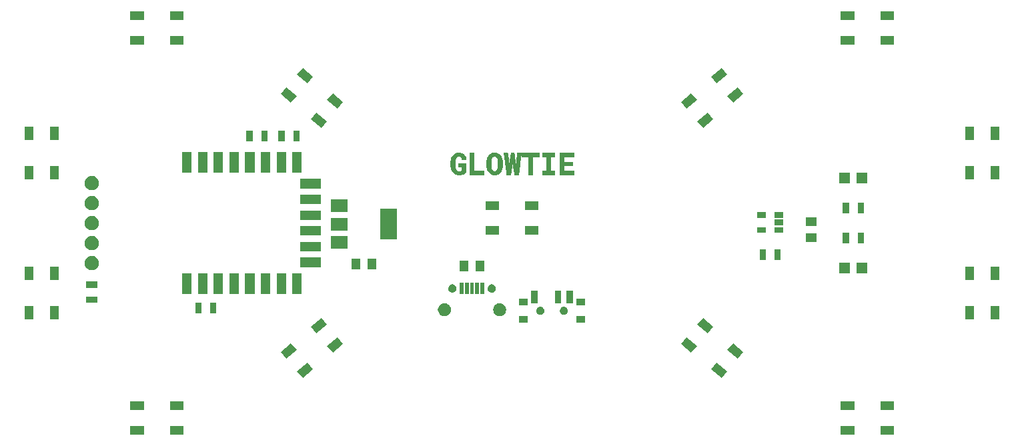
<source format=gts>
G04 #@! TF.GenerationSoftware,KiCad,Pcbnew,(5.0.1-3-g963ef8bb5)*
G04 #@! TF.CreationDate,2019-02-08T19:31:27-05:00*
G04 #@! TF.ProjectId,glowtie,676C6F777469652E6B696361645F7063,rev?*
G04 #@! TF.SameCoordinates,Original*
G04 #@! TF.FileFunction,Soldermask,Top*
G04 #@! TF.FilePolarity,Negative*
%FSLAX46Y46*%
G04 Gerber Fmt 4.6, Leading zero omitted, Abs format (unit mm)*
G04 Created by KiCad (PCBNEW (5.0.1-3-g963ef8bb5)) date Friday, February 08, 2019 at 07:31:27 PM*
%MOMM*%
%LPD*%
G01*
G04 APERTURE LIST*
%ADD10C,0.010000*%
%ADD11C,0.100000*%
G04 APERTURE END LIST*
D10*
G04 #@! TO.C,G\002A\002A\002A*
G36*
X69525034Y-32346733D02*
X69634340Y-32359373D01*
X69734903Y-32381247D01*
X69829837Y-32413016D01*
X69913500Y-32450849D01*
X69959085Y-32475016D01*
X69995861Y-32497560D01*
X70029153Y-32522344D01*
X70064288Y-32553233D01*
X70094357Y-32582048D01*
X70163905Y-32661069D01*
X70222726Y-32751674D01*
X70271050Y-32854385D01*
X70309109Y-32969724D01*
X70337133Y-33098214D01*
X70345011Y-33149240D01*
X70350607Y-33189580D01*
X69830629Y-33185100D01*
X69816014Y-33113133D01*
X69791790Y-33024462D01*
X69757779Y-32949569D01*
X69713702Y-32888224D01*
X69659281Y-32840195D01*
X69594237Y-32805249D01*
X69518291Y-32783155D01*
X69431166Y-32773680D01*
X69407939Y-32773257D01*
X69336408Y-32778365D01*
X69273454Y-32794991D01*
X69215740Y-32824614D01*
X69159928Y-32868715D01*
X69133124Y-32895158D01*
X69088419Y-32948026D01*
X69050748Y-33006916D01*
X69017985Y-33075611D01*
X68991584Y-33147000D01*
X68978431Y-33188152D01*
X68967427Y-33227145D01*
X68958411Y-33265915D01*
X68951219Y-33306397D01*
X68945691Y-33350527D01*
X68941664Y-33400240D01*
X68938975Y-33457471D01*
X68937463Y-33524155D01*
X68936965Y-33602227D01*
X68937319Y-33693623D01*
X68938183Y-33784417D01*
X68939332Y-33878525D01*
X68940598Y-33957694D01*
X68942147Y-34023918D01*
X68944144Y-34079191D01*
X68946752Y-34125509D01*
X68950138Y-34164865D01*
X68954467Y-34199254D01*
X68959902Y-34230670D01*
X68966610Y-34261107D01*
X68974755Y-34292560D01*
X68982487Y-34320038D01*
X69017091Y-34416706D01*
X69061216Y-34499556D01*
X69114614Y-34568414D01*
X69177040Y-34623109D01*
X69248249Y-34663467D01*
X69327995Y-34689315D01*
X69416031Y-34700481D01*
X69512111Y-34696792D01*
X69517569Y-34696161D01*
X69592144Y-34684127D01*
X69660955Y-34666955D01*
X69721056Y-34645651D01*
X69769500Y-34621219D01*
X69797083Y-34600836D01*
X69802636Y-34595372D01*
X69806989Y-34589030D01*
X69810289Y-34579839D01*
X69812680Y-34565825D01*
X69814310Y-34545017D01*
X69815324Y-34515442D01*
X69815869Y-34475128D01*
X69816090Y-34422103D01*
X69816133Y-34354395D01*
X69816133Y-34103734D01*
X69367400Y-34103734D01*
X69367400Y-33697333D01*
X70349533Y-33697333D01*
X70349533Y-34781067D01*
X70316606Y-34813994D01*
X70232136Y-34887165D01*
X70133743Y-34952032D01*
X70022586Y-35007987D01*
X69899822Y-35054427D01*
X69804501Y-35081729D01*
X69754640Y-35093449D01*
X69702251Y-35104429D01*
X69653733Y-35113400D01*
X69617166Y-35118893D01*
X69566123Y-35123423D01*
X69505464Y-35126165D01*
X69439591Y-35127165D01*
X69372910Y-35126470D01*
X69309823Y-35124127D01*
X69254736Y-35120181D01*
X69212053Y-35114681D01*
X69211588Y-35114597D01*
X69087198Y-35084215D01*
X68972163Y-35039849D01*
X68866737Y-34981794D01*
X68771172Y-34910346D01*
X68685719Y-34825798D01*
X68610631Y-34728446D01*
X68546161Y-34618583D01*
X68492560Y-34496506D01*
X68450082Y-34362508D01*
X68418978Y-34216884D01*
X68413563Y-34182481D01*
X68408806Y-34139605D01*
X68404862Y-34082725D01*
X68401731Y-34014488D01*
X68399413Y-33937540D01*
X68397908Y-33854529D01*
X68397216Y-33768099D01*
X68397339Y-33680898D01*
X68398275Y-33595572D01*
X68400026Y-33514768D01*
X68402590Y-33441131D01*
X68405970Y-33377309D01*
X68410164Y-33325947D01*
X68413495Y-33299400D01*
X68443429Y-33149210D01*
X68484874Y-33010501D01*
X68537662Y-32883568D01*
X68601622Y-32768711D01*
X68676588Y-32666226D01*
X68762390Y-32576411D01*
X68858859Y-32499563D01*
X68871823Y-32490775D01*
X68963606Y-32436747D01*
X69058122Y-32395673D01*
X69158023Y-32366813D01*
X69265960Y-32349429D01*
X69384587Y-32342783D01*
X69403871Y-32342667D01*
X69525034Y-32346733D01*
X69525034Y-32346733D01*
G37*
X69525034Y-32346733D02*
X69634340Y-32359373D01*
X69734903Y-32381247D01*
X69829837Y-32413016D01*
X69913500Y-32450849D01*
X69959085Y-32475016D01*
X69995861Y-32497560D01*
X70029153Y-32522344D01*
X70064288Y-32553233D01*
X70094357Y-32582048D01*
X70163905Y-32661069D01*
X70222726Y-32751674D01*
X70271050Y-32854385D01*
X70309109Y-32969724D01*
X70337133Y-33098214D01*
X70345011Y-33149240D01*
X70350607Y-33189580D01*
X69830629Y-33185100D01*
X69816014Y-33113133D01*
X69791790Y-33024462D01*
X69757779Y-32949569D01*
X69713702Y-32888224D01*
X69659281Y-32840195D01*
X69594237Y-32805249D01*
X69518291Y-32783155D01*
X69431166Y-32773680D01*
X69407939Y-32773257D01*
X69336408Y-32778365D01*
X69273454Y-32794991D01*
X69215740Y-32824614D01*
X69159928Y-32868715D01*
X69133124Y-32895158D01*
X69088419Y-32948026D01*
X69050748Y-33006916D01*
X69017985Y-33075611D01*
X68991584Y-33147000D01*
X68978431Y-33188152D01*
X68967427Y-33227145D01*
X68958411Y-33265915D01*
X68951219Y-33306397D01*
X68945691Y-33350527D01*
X68941664Y-33400240D01*
X68938975Y-33457471D01*
X68937463Y-33524155D01*
X68936965Y-33602227D01*
X68937319Y-33693623D01*
X68938183Y-33784417D01*
X68939332Y-33878525D01*
X68940598Y-33957694D01*
X68942147Y-34023918D01*
X68944144Y-34079191D01*
X68946752Y-34125509D01*
X68950138Y-34164865D01*
X68954467Y-34199254D01*
X68959902Y-34230670D01*
X68966610Y-34261107D01*
X68974755Y-34292560D01*
X68982487Y-34320038D01*
X69017091Y-34416706D01*
X69061216Y-34499556D01*
X69114614Y-34568414D01*
X69177040Y-34623109D01*
X69248249Y-34663467D01*
X69327995Y-34689315D01*
X69416031Y-34700481D01*
X69512111Y-34696792D01*
X69517569Y-34696161D01*
X69592144Y-34684127D01*
X69660955Y-34666955D01*
X69721056Y-34645651D01*
X69769500Y-34621219D01*
X69797083Y-34600836D01*
X69802636Y-34595372D01*
X69806989Y-34589030D01*
X69810289Y-34579839D01*
X69812680Y-34565825D01*
X69814310Y-34545017D01*
X69815324Y-34515442D01*
X69815869Y-34475128D01*
X69816090Y-34422103D01*
X69816133Y-34354395D01*
X69816133Y-34103734D01*
X69367400Y-34103734D01*
X69367400Y-33697333D01*
X70349533Y-33697333D01*
X70349533Y-34781067D01*
X70316606Y-34813994D01*
X70232136Y-34887165D01*
X70133743Y-34952032D01*
X70022586Y-35007987D01*
X69899822Y-35054427D01*
X69804501Y-35081729D01*
X69754640Y-35093449D01*
X69702251Y-35104429D01*
X69653733Y-35113400D01*
X69617166Y-35118893D01*
X69566123Y-35123423D01*
X69505464Y-35126165D01*
X69439591Y-35127165D01*
X69372910Y-35126470D01*
X69309823Y-35124127D01*
X69254736Y-35120181D01*
X69212053Y-35114681D01*
X69211588Y-35114597D01*
X69087198Y-35084215D01*
X68972163Y-35039849D01*
X68866737Y-34981794D01*
X68771172Y-34910346D01*
X68685719Y-34825798D01*
X68610631Y-34728446D01*
X68546161Y-34618583D01*
X68492560Y-34496506D01*
X68450082Y-34362508D01*
X68418978Y-34216884D01*
X68413563Y-34182481D01*
X68408806Y-34139605D01*
X68404862Y-34082725D01*
X68401731Y-34014488D01*
X68399413Y-33937540D01*
X68397908Y-33854529D01*
X68397216Y-33768099D01*
X68397339Y-33680898D01*
X68398275Y-33595572D01*
X68400026Y-33514768D01*
X68402590Y-33441131D01*
X68405970Y-33377309D01*
X68410164Y-33325947D01*
X68413495Y-33299400D01*
X68443429Y-33149210D01*
X68484874Y-33010501D01*
X68537662Y-32883568D01*
X68601622Y-32768711D01*
X68676588Y-32666226D01*
X68762390Y-32576411D01*
X68858859Y-32499563D01*
X68871823Y-32490775D01*
X68963606Y-32436747D01*
X69058122Y-32395673D01*
X69158023Y-32366813D01*
X69265960Y-32349429D01*
X69384587Y-32342783D01*
X69403871Y-32342667D01*
X69525034Y-32346733D01*
G36*
X73943633Y-32347420D02*
X74004575Y-32347741D01*
X74051869Y-32348494D01*
X74088800Y-32349966D01*
X74118654Y-32352443D01*
X74144715Y-32356212D01*
X74170269Y-32361560D01*
X74198599Y-32368774D01*
X74203609Y-32370120D01*
X74323739Y-32410881D01*
X74434497Y-32465622D01*
X74535575Y-32534021D01*
X74626666Y-32615753D01*
X74707461Y-32710496D01*
X74777652Y-32817928D01*
X74836931Y-32937724D01*
X74884991Y-33069561D01*
X74891682Y-33091967D01*
X74902709Y-33130556D01*
X74912022Y-33165228D01*
X74919767Y-33197815D01*
X74926087Y-33230151D01*
X74931127Y-33264070D01*
X74935031Y-33301407D01*
X74937944Y-33343993D01*
X74940010Y-33393663D01*
X74941373Y-33452252D01*
X74942179Y-33521591D01*
X74942571Y-33603516D01*
X74942693Y-33699859D01*
X74942699Y-33739667D01*
X74942672Y-33835245D01*
X74942547Y-33915616D01*
X74942259Y-33982505D01*
X74941743Y-34037638D01*
X74940935Y-34082741D01*
X74939770Y-34119540D01*
X74938182Y-34149761D01*
X74936108Y-34175130D01*
X74933483Y-34197371D01*
X74930241Y-34218212D01*
X74926318Y-34239378D01*
X74923385Y-34254063D01*
X74887145Y-34398854D01*
X74839666Y-34531211D01*
X74781009Y-34651045D01*
X74711238Y-34758268D01*
X74630412Y-34852789D01*
X74538595Y-34934521D01*
X74435847Y-35003374D01*
X74383899Y-35031210D01*
X74317219Y-35062252D01*
X74255615Y-35085802D01*
X74194769Y-35102835D01*
X74130359Y-35114324D01*
X74058065Y-35121241D01*
X73973568Y-35124559D01*
X73969033Y-35124646D01*
X73884921Y-35125064D01*
X73817077Y-35122891D01*
X73765029Y-35118109D01*
X73751620Y-35116022D01*
X73633673Y-35086994D01*
X73523124Y-35043050D01*
X73420600Y-34984795D01*
X73326728Y-34912834D01*
X73242136Y-34827772D01*
X73167452Y-34730215D01*
X73103304Y-34620767D01*
X73050320Y-34500033D01*
X73020954Y-34411684D01*
X73007603Y-34364728D01*
X72996475Y-34321714D01*
X72987342Y-34280422D01*
X72979979Y-34238632D01*
X72974158Y-34194124D01*
X72969653Y-34144678D01*
X72966238Y-34088075D01*
X72963686Y-34022095D01*
X72961769Y-33944517D01*
X72960263Y-33853122D01*
X72959719Y-33811807D01*
X72959021Y-33735433D01*
X73499133Y-33735433D01*
X73499389Y-33842029D01*
X73500246Y-33933584D01*
X73501837Y-34011984D01*
X73504295Y-34079115D01*
X73507754Y-34136863D01*
X73512347Y-34187115D01*
X73518207Y-34231756D01*
X73525467Y-34272672D01*
X73534260Y-34311749D01*
X73541891Y-34340800D01*
X73573386Y-34431357D01*
X73614030Y-34509463D01*
X73663193Y-34574462D01*
X73720245Y-34625701D01*
X73784557Y-34662526D01*
X73855499Y-34684284D01*
X73875646Y-34687482D01*
X73943445Y-34691038D01*
X74012848Y-34685661D01*
X74053558Y-34677763D01*
X74123796Y-34651530D01*
X74187181Y-34610084D01*
X74243465Y-34553805D01*
X74292395Y-34483073D01*
X74333721Y-34398270D01*
X74367193Y-34299776D01*
X74392560Y-34187970D01*
X74398145Y-34154534D01*
X74401325Y-34127226D01*
X74403920Y-34089492D01*
X74405959Y-34040219D01*
X74407468Y-33978298D01*
X74408478Y-33902614D01*
X74409016Y-33812058D01*
X74409123Y-33722733D01*
X74408917Y-33623309D01*
X74408296Y-33538845D01*
X74407097Y-33467371D01*
X74405157Y-33406915D01*
X74402313Y-33355508D01*
X74398402Y-33311177D01*
X74393261Y-33271953D01*
X74386727Y-33235864D01*
X74378637Y-33200940D01*
X74368828Y-33165209D01*
X74360812Y-33138533D01*
X74326674Y-33048914D01*
X74283361Y-32970664D01*
X74231780Y-32904883D01*
X74172840Y-32852670D01*
X74107448Y-32815124D01*
X74087136Y-32807039D01*
X74036401Y-32793762D01*
X73977075Y-32785942D01*
X73916421Y-32784056D01*
X73861701Y-32788579D01*
X73847349Y-32791296D01*
X73774568Y-32815848D01*
X73709666Y-32855171D01*
X73653006Y-32908861D01*
X73604953Y-32976515D01*
X73565869Y-33057730D01*
X73541891Y-33130067D01*
X73531868Y-33169000D01*
X73523478Y-33208367D01*
X73516587Y-33250053D01*
X73511063Y-33295943D01*
X73506771Y-33347925D01*
X73503580Y-33407884D01*
X73501355Y-33477706D01*
X73499963Y-33559278D01*
X73499272Y-33654484D01*
X73499133Y-33735433D01*
X72959021Y-33735433D01*
X72958621Y-33691718D01*
X72958543Y-33588471D01*
X72959486Y-33502007D01*
X72961449Y-33432263D01*
X72964435Y-33379181D01*
X72965439Y-33367460D01*
X72986129Y-33216054D01*
X73018565Y-33075045D01*
X73062429Y-32944874D01*
X73117402Y-32825982D01*
X73183163Y-32718810D01*
X73259394Y-32623800D01*
X73345775Y-32541392D01*
X73441988Y-32472028D01*
X73547713Y-32416149D01*
X73662631Y-32374195D01*
X73689633Y-32366743D01*
X73717220Y-32359950D01*
X73742590Y-32354912D01*
X73768980Y-32351383D01*
X73799626Y-32349117D01*
X73837763Y-32347869D01*
X73886627Y-32347391D01*
X73943633Y-32347420D01*
X73943633Y-32347420D01*
G37*
X73943633Y-32347420D02*
X74004575Y-32347741D01*
X74051869Y-32348494D01*
X74088800Y-32349966D01*
X74118654Y-32352443D01*
X74144715Y-32356212D01*
X74170269Y-32361560D01*
X74198599Y-32368774D01*
X74203609Y-32370120D01*
X74323739Y-32410881D01*
X74434497Y-32465622D01*
X74535575Y-32534021D01*
X74626666Y-32615753D01*
X74707461Y-32710496D01*
X74777652Y-32817928D01*
X74836931Y-32937724D01*
X74884991Y-33069561D01*
X74891682Y-33091967D01*
X74902709Y-33130556D01*
X74912022Y-33165228D01*
X74919767Y-33197815D01*
X74926087Y-33230151D01*
X74931127Y-33264070D01*
X74935031Y-33301407D01*
X74937944Y-33343993D01*
X74940010Y-33393663D01*
X74941373Y-33452252D01*
X74942179Y-33521591D01*
X74942571Y-33603516D01*
X74942693Y-33699859D01*
X74942699Y-33739667D01*
X74942672Y-33835245D01*
X74942547Y-33915616D01*
X74942259Y-33982505D01*
X74941743Y-34037638D01*
X74940935Y-34082741D01*
X74939770Y-34119540D01*
X74938182Y-34149761D01*
X74936108Y-34175130D01*
X74933483Y-34197371D01*
X74930241Y-34218212D01*
X74926318Y-34239378D01*
X74923385Y-34254063D01*
X74887145Y-34398854D01*
X74839666Y-34531211D01*
X74781009Y-34651045D01*
X74711238Y-34758268D01*
X74630412Y-34852789D01*
X74538595Y-34934521D01*
X74435847Y-35003374D01*
X74383899Y-35031210D01*
X74317219Y-35062252D01*
X74255615Y-35085802D01*
X74194769Y-35102835D01*
X74130359Y-35114324D01*
X74058065Y-35121241D01*
X73973568Y-35124559D01*
X73969033Y-35124646D01*
X73884921Y-35125064D01*
X73817077Y-35122891D01*
X73765029Y-35118109D01*
X73751620Y-35116022D01*
X73633673Y-35086994D01*
X73523124Y-35043050D01*
X73420600Y-34984795D01*
X73326728Y-34912834D01*
X73242136Y-34827772D01*
X73167452Y-34730215D01*
X73103304Y-34620767D01*
X73050320Y-34500033D01*
X73020954Y-34411684D01*
X73007603Y-34364728D01*
X72996475Y-34321714D01*
X72987342Y-34280422D01*
X72979979Y-34238632D01*
X72974158Y-34194124D01*
X72969653Y-34144678D01*
X72966238Y-34088075D01*
X72963686Y-34022095D01*
X72961769Y-33944517D01*
X72960263Y-33853122D01*
X72959719Y-33811807D01*
X72959021Y-33735433D01*
X73499133Y-33735433D01*
X73499389Y-33842029D01*
X73500246Y-33933584D01*
X73501837Y-34011984D01*
X73504295Y-34079115D01*
X73507754Y-34136863D01*
X73512347Y-34187115D01*
X73518207Y-34231756D01*
X73525467Y-34272672D01*
X73534260Y-34311749D01*
X73541891Y-34340800D01*
X73573386Y-34431357D01*
X73614030Y-34509463D01*
X73663193Y-34574462D01*
X73720245Y-34625701D01*
X73784557Y-34662526D01*
X73855499Y-34684284D01*
X73875646Y-34687482D01*
X73943445Y-34691038D01*
X74012848Y-34685661D01*
X74053558Y-34677763D01*
X74123796Y-34651530D01*
X74187181Y-34610084D01*
X74243465Y-34553805D01*
X74292395Y-34483073D01*
X74333721Y-34398270D01*
X74367193Y-34299776D01*
X74392560Y-34187970D01*
X74398145Y-34154534D01*
X74401325Y-34127226D01*
X74403920Y-34089492D01*
X74405959Y-34040219D01*
X74407468Y-33978298D01*
X74408478Y-33902614D01*
X74409016Y-33812058D01*
X74409123Y-33722733D01*
X74408917Y-33623309D01*
X74408296Y-33538845D01*
X74407097Y-33467371D01*
X74405157Y-33406915D01*
X74402313Y-33355508D01*
X74398402Y-33311177D01*
X74393261Y-33271953D01*
X74386727Y-33235864D01*
X74378637Y-33200940D01*
X74368828Y-33165209D01*
X74360812Y-33138533D01*
X74326674Y-33048914D01*
X74283361Y-32970664D01*
X74231780Y-32904883D01*
X74172840Y-32852670D01*
X74107448Y-32815124D01*
X74087136Y-32807039D01*
X74036401Y-32793762D01*
X73977075Y-32785942D01*
X73916421Y-32784056D01*
X73861701Y-32788579D01*
X73847349Y-32791296D01*
X73774568Y-32815848D01*
X73709666Y-32855171D01*
X73653006Y-32908861D01*
X73604953Y-32976515D01*
X73565869Y-33057730D01*
X73541891Y-33130067D01*
X73531868Y-33169000D01*
X73523478Y-33208367D01*
X73516587Y-33250053D01*
X73511063Y-33295943D01*
X73506771Y-33347925D01*
X73503580Y-33407884D01*
X73501355Y-33477706D01*
X73499963Y-33559278D01*
X73499272Y-33654484D01*
X73499133Y-33735433D01*
X72959021Y-33735433D01*
X72958621Y-33691718D01*
X72958543Y-33588471D01*
X72959486Y-33502007D01*
X72961449Y-33432263D01*
X72964435Y-33379181D01*
X72965439Y-33367460D01*
X72986129Y-33216054D01*
X73018565Y-33075045D01*
X73062429Y-32944874D01*
X73117402Y-32825982D01*
X73183163Y-32718810D01*
X73259394Y-32623800D01*
X73345775Y-32541392D01*
X73441988Y-32472028D01*
X73547713Y-32416149D01*
X73662631Y-32374195D01*
X73689633Y-32366743D01*
X73717220Y-32359950D01*
X73742590Y-32354912D01*
X73768980Y-32351383D01*
X73799626Y-32349117D01*
X73837763Y-32347869D01*
X73886627Y-32347391D01*
X73943633Y-32347420D01*
G36*
X71331666Y-34662534D02*
X72601666Y-34662534D01*
X72601666Y-35094334D01*
X70798266Y-35094334D01*
X70798266Y-32376533D01*
X71331666Y-32376533D01*
X71331666Y-34662534D01*
X71331666Y-34662534D01*
G37*
X71331666Y-34662534D02*
X72601666Y-34662534D01*
X72601666Y-35094334D01*
X70798266Y-35094334D01*
X70798266Y-32376533D01*
X71331666Y-32376533D01*
X71331666Y-34662534D01*
G36*
X75461078Y-32376690D02*
X75519866Y-32377203D01*
X75564635Y-32378133D01*
X75596842Y-32379544D01*
X75617943Y-32381499D01*
X75629395Y-32384060D01*
X75632662Y-32387117D01*
X75633627Y-32398278D01*
X75636448Y-32424671D01*
X75640951Y-32464845D01*
X75646962Y-32517347D01*
X75654308Y-32580725D01*
X75662814Y-32653526D01*
X75672307Y-32734299D01*
X75682614Y-32821592D01*
X75693560Y-32913951D01*
X75704973Y-33009925D01*
X75716677Y-33108062D01*
X75728500Y-33206909D01*
X75740268Y-33305015D01*
X75751807Y-33400926D01*
X75762943Y-33493192D01*
X75773502Y-33580358D01*
X75783312Y-33660975D01*
X75792198Y-33733588D01*
X75799986Y-33796747D01*
X75806504Y-33848998D01*
X75811576Y-33888890D01*
X75815030Y-33914970D01*
X75816691Y-33925786D01*
X75816735Y-33925933D01*
X75818596Y-33919609D01*
X75822672Y-33897659D01*
X75828788Y-33861223D01*
X75836771Y-33811440D01*
X75846446Y-33749449D01*
X75857640Y-33676389D01*
X75870177Y-33593398D01*
X75883884Y-33501615D01*
X75898587Y-33402180D01*
X75914112Y-33296231D01*
X75930283Y-33184907D01*
X75933926Y-33159700D01*
X75950206Y-33046968D01*
X75965791Y-32939085D01*
X75980514Y-32837219D01*
X75994204Y-32742538D01*
X76006693Y-32656209D01*
X76017811Y-32579401D01*
X76027390Y-32513281D01*
X76035260Y-32459017D01*
X76041253Y-32417777D01*
X76045199Y-32390729D01*
X76046930Y-32379041D01*
X76046995Y-32378650D01*
X76055242Y-32378040D01*
X76078016Y-32377499D01*
X76112910Y-32377053D01*
X76157518Y-32376730D01*
X76209432Y-32376556D01*
X76237041Y-32376533D01*
X76426483Y-32376533D01*
X76430907Y-32399817D01*
X76432779Y-32411476D01*
X76436950Y-32438657D01*
X76443234Y-32480134D01*
X76451448Y-32534679D01*
X76461408Y-32601064D01*
X76472931Y-32678062D01*
X76485834Y-32764444D01*
X76499931Y-32858984D01*
X76515040Y-32960454D01*
X76530976Y-33067625D01*
X76547557Y-33179272D01*
X76547794Y-33180867D01*
X76564349Y-33292113D01*
X76580279Y-33398574D01*
X76595400Y-33499058D01*
X76609530Y-33592373D01*
X76622485Y-33677327D01*
X76634081Y-33752729D01*
X76644136Y-33817386D01*
X76652465Y-33870107D01*
X76658886Y-33909699D01*
X76663215Y-33934972D01*
X76665269Y-33944733D01*
X76665303Y-33944785D01*
X76667025Y-33937487D01*
X76670591Y-33914542D01*
X76675850Y-33877118D01*
X76682654Y-33826383D01*
X76690854Y-33763506D01*
X76700299Y-33689654D01*
X76710841Y-33605996D01*
X76722330Y-33513700D01*
X76734617Y-33413935D01*
X76747553Y-33307869D01*
X76760989Y-33196670D01*
X76762149Y-33187018D01*
X76775668Y-33074656D01*
X76788679Y-32966769D01*
X76801034Y-32864586D01*
X76812581Y-32769336D01*
X76823171Y-32682249D01*
X76832654Y-32604553D01*
X76840879Y-32537477D01*
X76847697Y-32482251D01*
X76852958Y-32440104D01*
X76856511Y-32412265D01*
X76858207Y-32399963D01*
X76858233Y-32399817D01*
X76862516Y-32376533D01*
X77349855Y-32376533D01*
X77345575Y-32408283D01*
X77343948Y-32420113D01*
X77340121Y-32447793D01*
X77334222Y-32490401D01*
X77326380Y-32547016D01*
X77316722Y-32616716D01*
X77305375Y-32698579D01*
X77292468Y-32791682D01*
X77278128Y-32895104D01*
X77262484Y-33007923D01*
X77245662Y-33129217D01*
X77227792Y-33258063D01*
X77209000Y-33393540D01*
X77189415Y-33534726D01*
X77169164Y-33680699D01*
X77157459Y-33765067D01*
X76973624Y-35090100D01*
X76492092Y-35094586D01*
X76370682Y-34334577D01*
X76352806Y-34222808D01*
X76335603Y-34115492D01*
X76319270Y-34013852D01*
X76304005Y-33919109D01*
X76290007Y-33832486D01*
X76277475Y-33755205D01*
X76266605Y-33688486D01*
X76257596Y-33633554D01*
X76250647Y-33591629D01*
X76245956Y-33563934D01*
X76243721Y-33551691D01*
X76243685Y-33551540D01*
X76241408Y-33555424D01*
X76236767Y-33575647D01*
X76229835Y-33611791D01*
X76220680Y-33663439D01*
X76209372Y-33730171D01*
X76195982Y-33811570D01*
X76180578Y-33907217D01*
X76163231Y-34016694D01*
X76144011Y-34139582D01*
X76124947Y-34262740D01*
X76107892Y-34373341D01*
X76091427Y-34479990D01*
X76075754Y-34581382D01*
X76061076Y-34676214D01*
X76047595Y-34763180D01*
X76035514Y-34840978D01*
X76025035Y-34908302D01*
X76016361Y-34963850D01*
X76009693Y-35006316D01*
X76005236Y-35034397D01*
X76003393Y-35045650D01*
X75994990Y-35094334D01*
X75754595Y-35094334D01*
X75692764Y-35094168D01*
X75636823Y-35093700D01*
X75588900Y-35092972D01*
X75551121Y-35092030D01*
X75525614Y-35090915D01*
X75514507Y-35089671D01*
X75514200Y-35089423D01*
X75513070Y-35080435D01*
X75509780Y-35055759D01*
X75504480Y-35016484D01*
X75497319Y-34963695D01*
X75488445Y-34898480D01*
X75478008Y-34821928D01*
X75466158Y-34735125D01*
X75453043Y-34639158D01*
X75438813Y-34535116D01*
X75423617Y-34424085D01*
X75407604Y-34307152D01*
X75390924Y-34185407D01*
X75373725Y-34059934D01*
X75356157Y-33931823D01*
X75338370Y-33802161D01*
X75320511Y-33672034D01*
X75302731Y-33542531D01*
X75285179Y-33414738D01*
X75268004Y-33289743D01*
X75251355Y-33168634D01*
X75235382Y-33052498D01*
X75220233Y-32942423D01*
X75206058Y-32839495D01*
X75193006Y-32744802D01*
X75181227Y-32659431D01*
X75170869Y-32584471D01*
X75162082Y-32521008D01*
X75155016Y-32470129D01*
X75149818Y-32432923D01*
X75146639Y-32410476D01*
X75145681Y-32404050D01*
X75140899Y-32376533D01*
X75386816Y-32376533D01*
X75461078Y-32376690D01*
X75461078Y-32376690D01*
G37*
X75461078Y-32376690D02*
X75519866Y-32377203D01*
X75564635Y-32378133D01*
X75596842Y-32379544D01*
X75617943Y-32381499D01*
X75629395Y-32384060D01*
X75632662Y-32387117D01*
X75633627Y-32398278D01*
X75636448Y-32424671D01*
X75640951Y-32464845D01*
X75646962Y-32517347D01*
X75654308Y-32580725D01*
X75662814Y-32653526D01*
X75672307Y-32734299D01*
X75682614Y-32821592D01*
X75693560Y-32913951D01*
X75704973Y-33009925D01*
X75716677Y-33108062D01*
X75728500Y-33206909D01*
X75740268Y-33305015D01*
X75751807Y-33400926D01*
X75762943Y-33493192D01*
X75773502Y-33580358D01*
X75783312Y-33660975D01*
X75792198Y-33733588D01*
X75799986Y-33796747D01*
X75806504Y-33848998D01*
X75811576Y-33888890D01*
X75815030Y-33914970D01*
X75816691Y-33925786D01*
X75816735Y-33925933D01*
X75818596Y-33919609D01*
X75822672Y-33897659D01*
X75828788Y-33861223D01*
X75836771Y-33811440D01*
X75846446Y-33749449D01*
X75857640Y-33676389D01*
X75870177Y-33593398D01*
X75883884Y-33501615D01*
X75898587Y-33402180D01*
X75914112Y-33296231D01*
X75930283Y-33184907D01*
X75933926Y-33159700D01*
X75950206Y-33046968D01*
X75965791Y-32939085D01*
X75980514Y-32837219D01*
X75994204Y-32742538D01*
X76006693Y-32656209D01*
X76017811Y-32579401D01*
X76027390Y-32513281D01*
X76035260Y-32459017D01*
X76041253Y-32417777D01*
X76045199Y-32390729D01*
X76046930Y-32379041D01*
X76046995Y-32378650D01*
X76055242Y-32378040D01*
X76078016Y-32377499D01*
X76112910Y-32377053D01*
X76157518Y-32376730D01*
X76209432Y-32376556D01*
X76237041Y-32376533D01*
X76426483Y-32376533D01*
X76430907Y-32399817D01*
X76432779Y-32411476D01*
X76436950Y-32438657D01*
X76443234Y-32480134D01*
X76451448Y-32534679D01*
X76461408Y-32601064D01*
X76472931Y-32678062D01*
X76485834Y-32764444D01*
X76499931Y-32858984D01*
X76515040Y-32960454D01*
X76530976Y-33067625D01*
X76547557Y-33179272D01*
X76547794Y-33180867D01*
X76564349Y-33292113D01*
X76580279Y-33398574D01*
X76595400Y-33499058D01*
X76609530Y-33592373D01*
X76622485Y-33677327D01*
X76634081Y-33752729D01*
X76644136Y-33817386D01*
X76652465Y-33870107D01*
X76658886Y-33909699D01*
X76663215Y-33934972D01*
X76665269Y-33944733D01*
X76665303Y-33944785D01*
X76667025Y-33937487D01*
X76670591Y-33914542D01*
X76675850Y-33877118D01*
X76682654Y-33826383D01*
X76690854Y-33763506D01*
X76700299Y-33689654D01*
X76710841Y-33605996D01*
X76722330Y-33513700D01*
X76734617Y-33413935D01*
X76747553Y-33307869D01*
X76760989Y-33196670D01*
X76762149Y-33187018D01*
X76775668Y-33074656D01*
X76788679Y-32966769D01*
X76801034Y-32864586D01*
X76812581Y-32769336D01*
X76823171Y-32682249D01*
X76832654Y-32604553D01*
X76840879Y-32537477D01*
X76847697Y-32482251D01*
X76852958Y-32440104D01*
X76856511Y-32412265D01*
X76858207Y-32399963D01*
X76858233Y-32399817D01*
X76862516Y-32376533D01*
X77349855Y-32376533D01*
X77345575Y-32408283D01*
X77343948Y-32420113D01*
X77340121Y-32447793D01*
X77334222Y-32490401D01*
X77326380Y-32547016D01*
X77316722Y-32616716D01*
X77305375Y-32698579D01*
X77292468Y-32791682D01*
X77278128Y-32895104D01*
X77262484Y-33007923D01*
X77245662Y-33129217D01*
X77227792Y-33258063D01*
X77209000Y-33393540D01*
X77189415Y-33534726D01*
X77169164Y-33680699D01*
X77157459Y-33765067D01*
X76973624Y-35090100D01*
X76492092Y-35094586D01*
X76370682Y-34334577D01*
X76352806Y-34222808D01*
X76335603Y-34115492D01*
X76319270Y-34013852D01*
X76304005Y-33919109D01*
X76290007Y-33832486D01*
X76277475Y-33755205D01*
X76266605Y-33688486D01*
X76257596Y-33633554D01*
X76250647Y-33591629D01*
X76245956Y-33563934D01*
X76243721Y-33551691D01*
X76243685Y-33551540D01*
X76241408Y-33555424D01*
X76236767Y-33575647D01*
X76229835Y-33611791D01*
X76220680Y-33663439D01*
X76209372Y-33730171D01*
X76195982Y-33811570D01*
X76180578Y-33907217D01*
X76163231Y-34016694D01*
X76144011Y-34139582D01*
X76124947Y-34262740D01*
X76107892Y-34373341D01*
X76091427Y-34479990D01*
X76075754Y-34581382D01*
X76061076Y-34676214D01*
X76047595Y-34763180D01*
X76035514Y-34840978D01*
X76025035Y-34908302D01*
X76016361Y-34963850D01*
X76009693Y-35006316D01*
X76005236Y-35034397D01*
X76003393Y-35045650D01*
X75994990Y-35094334D01*
X75754595Y-35094334D01*
X75692764Y-35094168D01*
X75636823Y-35093700D01*
X75588900Y-35092972D01*
X75551121Y-35092030D01*
X75525614Y-35090915D01*
X75514507Y-35089671D01*
X75514200Y-35089423D01*
X75513070Y-35080435D01*
X75509780Y-35055759D01*
X75504480Y-35016484D01*
X75497319Y-34963695D01*
X75488445Y-34898480D01*
X75478008Y-34821928D01*
X75466158Y-34735125D01*
X75453043Y-34639158D01*
X75438813Y-34535116D01*
X75423617Y-34424085D01*
X75407604Y-34307152D01*
X75390924Y-34185407D01*
X75373725Y-34059934D01*
X75356157Y-33931823D01*
X75338370Y-33802161D01*
X75320511Y-33672034D01*
X75302731Y-33542531D01*
X75285179Y-33414738D01*
X75268004Y-33289743D01*
X75251355Y-33168634D01*
X75235382Y-33052498D01*
X75220233Y-32942423D01*
X75206058Y-32839495D01*
X75193006Y-32744802D01*
X75181227Y-32659431D01*
X75170869Y-32584471D01*
X75162082Y-32521008D01*
X75155016Y-32470129D01*
X75149818Y-32432923D01*
X75146639Y-32410476D01*
X75145681Y-32404050D01*
X75140899Y-32376533D01*
X75386816Y-32376533D01*
X75461078Y-32376690D01*
G36*
X79620533Y-32808333D02*
X78790800Y-32808333D01*
X78790800Y-35094334D01*
X78257400Y-35094334D01*
X78257400Y-32808333D01*
X77427666Y-32808333D01*
X77427666Y-32376533D01*
X79620533Y-32376533D01*
X79620533Y-32808333D01*
X79620533Y-32808333D01*
G37*
X79620533Y-32808333D02*
X78790800Y-32808333D01*
X78790800Y-35094334D01*
X78257400Y-35094334D01*
X78257400Y-32808333D01*
X77427666Y-32808333D01*
X77427666Y-32376533D01*
X79620533Y-32376533D01*
X79620533Y-32808333D01*
G36*
X81601733Y-32808333D02*
X81076800Y-32808333D01*
X81076800Y-34662534D01*
X81601733Y-34662534D01*
X81601733Y-35094334D01*
X80026933Y-35094334D01*
X80026933Y-34662534D01*
X80543400Y-34662534D01*
X80543400Y-32808333D01*
X80026933Y-32808333D01*
X80026933Y-32376533D01*
X81601733Y-32376533D01*
X81601733Y-32808333D01*
X81601733Y-32808333D01*
G37*
X81601733Y-32808333D02*
X81076800Y-32808333D01*
X81076800Y-34662534D01*
X81601733Y-34662534D01*
X81601733Y-35094334D01*
X80026933Y-35094334D01*
X80026933Y-34662534D01*
X80543400Y-34662534D01*
X80543400Y-32808333D01*
X80026933Y-32808333D01*
X80026933Y-32376533D01*
X81601733Y-32376533D01*
X81601733Y-32808333D01*
G36*
X84057066Y-32808333D02*
X82761666Y-32808333D01*
X82761666Y-33485667D01*
X83870800Y-33485667D01*
X83870800Y-33909000D01*
X82761666Y-33909000D01*
X82761666Y-34662534D01*
X84057066Y-34662534D01*
X84057066Y-35094334D01*
X82228266Y-35094334D01*
X82228266Y-32376533D01*
X84057066Y-32376533D01*
X84057066Y-32808333D01*
X84057066Y-32808333D01*
G37*
X84057066Y-32808333D02*
X82761666Y-32808333D01*
X82761666Y-33485667D01*
X83870800Y-33485667D01*
X83870800Y-33909000D01*
X82761666Y-33909000D01*
X82761666Y-34662534D01*
X84057066Y-34662534D01*
X84057066Y-35094334D01*
X82228266Y-35094334D01*
X82228266Y-32376533D01*
X84057066Y-32376533D01*
X84057066Y-32808333D01*
D11*
G36*
X124635000Y-68190000D02*
X122935000Y-68190000D01*
X122935000Y-67090000D01*
X124635000Y-67090000D01*
X124635000Y-68190000D01*
X124635000Y-68190000D01*
G37*
G36*
X119635000Y-68190000D02*
X117935000Y-68190000D01*
X117935000Y-67090000D01*
X119635000Y-67090000D01*
X119635000Y-68190000D01*
X119635000Y-68190000D01*
G37*
G36*
X34465000Y-68190000D02*
X32765000Y-68190000D01*
X32765000Y-67090000D01*
X34465000Y-67090000D01*
X34465000Y-68190000D01*
X34465000Y-68190000D01*
G37*
G36*
X29465000Y-68190000D02*
X27765000Y-68190000D01*
X27765000Y-67090000D01*
X29465000Y-67090000D01*
X29465000Y-68190000D01*
X29465000Y-68190000D01*
G37*
G36*
X124635000Y-64990000D02*
X122935000Y-64990000D01*
X122935000Y-63890000D01*
X124635000Y-63890000D01*
X124635000Y-64990000D01*
X124635000Y-64990000D01*
G37*
G36*
X119635000Y-64990000D02*
X117935000Y-64990000D01*
X117935000Y-63890000D01*
X119635000Y-63890000D01*
X119635000Y-64990000D01*
X119635000Y-64990000D01*
G37*
G36*
X34465000Y-64990000D02*
X32765000Y-64990000D01*
X32765000Y-63890000D01*
X34465000Y-63890000D01*
X34465000Y-64990000D01*
X34465000Y-64990000D01*
G37*
G36*
X29465000Y-64990000D02*
X27765000Y-64990000D01*
X27765000Y-63890000D01*
X29465000Y-63890000D01*
X29465000Y-64990000D01*
X29465000Y-64990000D01*
G37*
G36*
X50918021Y-59857595D02*
X49615745Y-60950335D01*
X48908677Y-60107685D01*
X50210953Y-59014945D01*
X50918021Y-59857595D01*
X50918021Y-59857595D01*
G37*
G36*
X103491323Y-60107685D02*
X102784255Y-60950335D01*
X101481979Y-59857595D01*
X102189047Y-59014945D01*
X103491323Y-60107685D01*
X103491323Y-60107685D01*
G37*
G36*
X48861101Y-57406253D02*
X47558825Y-58498993D01*
X46851757Y-57656343D01*
X48154033Y-56563603D01*
X48861101Y-57406253D01*
X48861101Y-57406253D01*
G37*
G36*
X105548243Y-57656343D02*
X104841175Y-58498993D01*
X103538899Y-57406253D01*
X104245967Y-56563603D01*
X105548243Y-57656343D01*
X105548243Y-57656343D01*
G37*
G36*
X54748243Y-56643657D02*
X53445967Y-57736397D01*
X52738899Y-56893747D01*
X54041175Y-55801007D01*
X54748243Y-56643657D01*
X54748243Y-56643657D01*
G37*
G36*
X99661101Y-56893747D02*
X98954033Y-57736397D01*
X97651757Y-56643657D01*
X98358825Y-55801007D01*
X99661101Y-56893747D01*
X99661101Y-56893747D01*
G37*
G36*
X101718021Y-54442405D02*
X101010953Y-55285055D01*
X99708677Y-54192315D01*
X100415745Y-53349665D01*
X101718021Y-54442405D01*
X101718021Y-54442405D01*
G37*
G36*
X52691323Y-54192315D02*
X51389047Y-55285055D01*
X50681979Y-54442405D01*
X51984255Y-53349665D01*
X52691323Y-54192315D01*
X52691323Y-54192315D01*
G37*
G36*
X85480000Y-53950000D02*
X84380000Y-53950000D01*
X84380000Y-53050000D01*
X85480000Y-53050000D01*
X85480000Y-53950000D01*
X85480000Y-53950000D01*
G37*
G36*
X78180000Y-53950000D02*
X77080000Y-53950000D01*
X77080000Y-53050000D01*
X78180000Y-53050000D01*
X78180000Y-53950000D01*
X78180000Y-53950000D01*
G37*
G36*
X138040000Y-53515000D02*
X136940000Y-53515000D01*
X136940000Y-51815000D01*
X138040000Y-51815000D01*
X138040000Y-53515000D01*
X138040000Y-53515000D01*
G37*
G36*
X134840000Y-53515000D02*
X133740000Y-53515000D01*
X133740000Y-51815000D01*
X134840000Y-51815000D01*
X134840000Y-53515000D01*
X134840000Y-53515000D01*
G37*
G36*
X18660000Y-53515000D02*
X17560000Y-53515000D01*
X17560000Y-51815000D01*
X18660000Y-51815000D01*
X18660000Y-53515000D01*
X18660000Y-53515000D01*
G37*
G36*
X15460000Y-53515000D02*
X14360000Y-53515000D01*
X14360000Y-51815000D01*
X15460000Y-51815000D01*
X15460000Y-53515000D01*
X15460000Y-53515000D01*
G37*
G36*
X74860644Y-51483704D02*
X75010784Y-51545894D01*
X75010785Y-51545895D01*
X75145908Y-51636181D01*
X75260819Y-51751092D01*
X75303521Y-51815000D01*
X75351106Y-51886216D01*
X75413296Y-52036356D01*
X75445000Y-52195745D01*
X75445000Y-52358255D01*
X75413296Y-52517644D01*
X75351106Y-52667784D01*
X75351105Y-52667785D01*
X75260819Y-52802908D01*
X75145908Y-52917819D01*
X75055621Y-52978147D01*
X75010784Y-53008106D01*
X74860644Y-53070296D01*
X74701256Y-53102000D01*
X74538744Y-53102000D01*
X74379356Y-53070296D01*
X74229216Y-53008106D01*
X74184379Y-52978147D01*
X74094092Y-52917819D01*
X73979181Y-52802908D01*
X73888895Y-52667785D01*
X73888894Y-52667784D01*
X73826704Y-52517644D01*
X73795000Y-52358255D01*
X73795000Y-52195745D01*
X73826704Y-52036356D01*
X73888894Y-51886216D01*
X73936479Y-51815000D01*
X73979181Y-51751092D01*
X74094092Y-51636181D01*
X74229215Y-51545895D01*
X74229216Y-51545894D01*
X74379356Y-51483704D01*
X74459051Y-51467852D01*
X74538744Y-51452000D01*
X74701256Y-51452000D01*
X74860644Y-51483704D01*
X74860644Y-51483704D01*
G37*
G36*
X67860644Y-51483704D02*
X68010784Y-51545894D01*
X68010785Y-51545895D01*
X68145908Y-51636181D01*
X68260819Y-51751092D01*
X68303521Y-51815000D01*
X68351106Y-51886216D01*
X68413296Y-52036356D01*
X68445000Y-52195745D01*
X68445000Y-52358255D01*
X68413296Y-52517644D01*
X68351106Y-52667784D01*
X68351105Y-52667785D01*
X68260819Y-52802908D01*
X68145908Y-52917819D01*
X68055621Y-52978147D01*
X68010784Y-53008106D01*
X67860644Y-53070296D01*
X67701256Y-53102000D01*
X67538744Y-53102000D01*
X67379356Y-53070296D01*
X67229216Y-53008106D01*
X67184379Y-52978147D01*
X67094092Y-52917819D01*
X66979181Y-52802908D01*
X66888895Y-52667785D01*
X66888894Y-52667784D01*
X66826704Y-52517644D01*
X66795000Y-52358255D01*
X66795000Y-52195745D01*
X66826704Y-52036356D01*
X66888894Y-51886216D01*
X66936479Y-51815000D01*
X66979181Y-51751092D01*
X67094092Y-51636181D01*
X67229215Y-51545895D01*
X67229216Y-51545894D01*
X67379356Y-51483704D01*
X67459051Y-51467852D01*
X67538744Y-51452000D01*
X67701256Y-51452000D01*
X67860644Y-51483704D01*
X67860644Y-51483704D01*
G37*
G36*
X82925843Y-51919214D02*
X82925846Y-51919215D01*
X82925845Y-51919215D01*
X83016839Y-51956906D01*
X83071311Y-51993303D01*
X83098733Y-52011626D01*
X83168374Y-52081267D01*
X83168375Y-52081269D01*
X83223094Y-52163161D01*
X83223094Y-52163162D01*
X83260786Y-52254157D01*
X83280000Y-52350753D01*
X83280000Y-52449247D01*
X83260786Y-52545843D01*
X83260785Y-52545845D01*
X83223094Y-52636839D01*
X83202417Y-52667784D01*
X83168374Y-52718733D01*
X83098733Y-52788374D01*
X83076983Y-52802907D01*
X83016839Y-52843094D01*
X82952495Y-52869746D01*
X82925843Y-52880786D01*
X82829247Y-52900000D01*
X82730753Y-52900000D01*
X82634157Y-52880786D01*
X82607505Y-52869746D01*
X82543161Y-52843094D01*
X82483017Y-52802907D01*
X82461267Y-52788374D01*
X82391626Y-52718733D01*
X82357583Y-52667784D01*
X82336906Y-52636839D01*
X82299215Y-52545845D01*
X82299214Y-52545843D01*
X82280000Y-52449247D01*
X82280000Y-52350753D01*
X82299214Y-52254157D01*
X82336906Y-52163162D01*
X82336906Y-52163161D01*
X82391625Y-52081269D01*
X82391626Y-52081267D01*
X82461267Y-52011626D01*
X82488689Y-51993303D01*
X82543161Y-51956906D01*
X82634155Y-51919215D01*
X82634154Y-51919215D01*
X82634157Y-51919214D01*
X82730753Y-51900000D01*
X82829247Y-51900000D01*
X82925843Y-51919214D01*
X82925843Y-51919214D01*
G37*
G36*
X79925843Y-51919214D02*
X79925846Y-51919215D01*
X79925845Y-51919215D01*
X80016839Y-51956906D01*
X80071311Y-51993303D01*
X80098733Y-52011626D01*
X80168374Y-52081267D01*
X80168375Y-52081269D01*
X80223094Y-52163161D01*
X80223094Y-52163162D01*
X80260786Y-52254157D01*
X80280000Y-52350753D01*
X80280000Y-52449247D01*
X80260786Y-52545843D01*
X80260785Y-52545845D01*
X80223094Y-52636839D01*
X80202417Y-52667784D01*
X80168374Y-52718733D01*
X80098733Y-52788374D01*
X80076983Y-52802907D01*
X80016839Y-52843094D01*
X79952495Y-52869746D01*
X79925843Y-52880786D01*
X79829247Y-52900000D01*
X79730753Y-52900000D01*
X79634157Y-52880786D01*
X79607505Y-52869746D01*
X79543161Y-52843094D01*
X79483017Y-52802907D01*
X79461267Y-52788374D01*
X79391626Y-52718733D01*
X79357583Y-52667784D01*
X79336906Y-52636839D01*
X79299215Y-52545845D01*
X79299214Y-52545843D01*
X79280000Y-52449247D01*
X79280000Y-52350753D01*
X79299214Y-52254157D01*
X79336906Y-52163162D01*
X79336906Y-52163161D01*
X79391625Y-52081269D01*
X79391626Y-52081267D01*
X79461267Y-52011626D01*
X79488689Y-51993303D01*
X79543161Y-51956906D01*
X79634155Y-51919215D01*
X79634154Y-51919215D01*
X79634157Y-51919214D01*
X79730753Y-51900000D01*
X79829247Y-51900000D01*
X79925843Y-51919214D01*
X79925843Y-51919214D01*
G37*
G36*
X36788000Y-52770000D02*
X35988000Y-52770000D01*
X35988000Y-51370000D01*
X36788000Y-51370000D01*
X36788000Y-52770000D01*
X36788000Y-52770000D01*
G37*
G36*
X38688000Y-52770000D02*
X37888000Y-52770000D01*
X37888000Y-51370000D01*
X38688000Y-51370000D01*
X38688000Y-52770000D01*
X38688000Y-52770000D01*
G37*
G36*
X85480000Y-51740000D02*
X84380000Y-51740000D01*
X84380000Y-50840000D01*
X85480000Y-50840000D01*
X85480000Y-51740000D01*
X85480000Y-51740000D01*
G37*
G36*
X78180000Y-51740000D02*
X77080000Y-51740000D01*
X77080000Y-50840000D01*
X78180000Y-50840000D01*
X78180000Y-51740000D01*
X78180000Y-51740000D01*
G37*
G36*
X83930000Y-51440000D02*
X83130000Y-51440000D01*
X83130000Y-49840000D01*
X83930000Y-49840000D01*
X83930000Y-51440000D01*
X83930000Y-51440000D01*
G37*
G36*
X82430000Y-51440000D02*
X81630000Y-51440000D01*
X81630000Y-49840000D01*
X82430000Y-49840000D01*
X82430000Y-51440000D01*
X82430000Y-51440000D01*
G37*
G36*
X79430000Y-51440000D02*
X78630000Y-51440000D01*
X78630000Y-49840000D01*
X79430000Y-49840000D01*
X79430000Y-51440000D01*
X79430000Y-51440000D01*
G37*
G36*
X23560000Y-51388000D02*
X22160000Y-51388000D01*
X22160000Y-50588000D01*
X23560000Y-50588000D01*
X23560000Y-51388000D01*
X23560000Y-51388000D01*
G37*
G36*
X71370000Y-50302000D02*
X70870000Y-50302000D01*
X70870000Y-48852000D01*
X71370000Y-48852000D01*
X71370000Y-50302000D01*
X71370000Y-50302000D01*
G37*
G36*
X70720000Y-50302000D02*
X70220000Y-50302000D01*
X70220000Y-48852000D01*
X70720000Y-48852000D01*
X70720000Y-50302000D01*
X70720000Y-50302000D01*
G37*
G36*
X70070000Y-50302000D02*
X69570000Y-50302000D01*
X69570000Y-48852000D01*
X70070000Y-48852000D01*
X70070000Y-50302000D01*
X70070000Y-50302000D01*
G37*
G36*
X72670000Y-50302000D02*
X72170000Y-50302000D01*
X72170000Y-48852000D01*
X72670000Y-48852000D01*
X72670000Y-50302000D01*
X72670000Y-50302000D01*
G37*
G36*
X72020000Y-50302000D02*
X71520000Y-50302000D01*
X71520000Y-48852000D01*
X72020000Y-48852000D01*
X72020000Y-50302000D01*
X72020000Y-50302000D01*
G37*
G36*
X47525000Y-50260000D02*
X46325000Y-50260000D01*
X46325000Y-47660000D01*
X47525000Y-47660000D01*
X47525000Y-50260000D01*
X47525000Y-50260000D01*
G37*
G36*
X49525000Y-50260000D02*
X48325000Y-50260000D01*
X48325000Y-47660000D01*
X49525000Y-47660000D01*
X49525000Y-50260000D01*
X49525000Y-50260000D01*
G37*
G36*
X45525000Y-50260000D02*
X44325000Y-50260000D01*
X44325000Y-47660000D01*
X45525000Y-47660000D01*
X45525000Y-50260000D01*
X45525000Y-50260000D01*
G37*
G36*
X43525000Y-50260000D02*
X42325000Y-50260000D01*
X42325000Y-47660000D01*
X43525000Y-47660000D01*
X43525000Y-50260000D01*
X43525000Y-50260000D01*
G37*
G36*
X41525000Y-50260000D02*
X40325000Y-50260000D01*
X40325000Y-47660000D01*
X41525000Y-47660000D01*
X41525000Y-50260000D01*
X41525000Y-50260000D01*
G37*
G36*
X39525000Y-50260000D02*
X38325000Y-50260000D01*
X38325000Y-47660000D01*
X39525000Y-47660000D01*
X39525000Y-50260000D01*
X39525000Y-50260000D01*
G37*
G36*
X37525000Y-50260000D02*
X36325000Y-50260000D01*
X36325000Y-47660000D01*
X37525000Y-47660000D01*
X37525000Y-50260000D01*
X37525000Y-50260000D01*
G37*
G36*
X35525000Y-50260000D02*
X34325000Y-50260000D01*
X34325000Y-47660000D01*
X35525000Y-47660000D01*
X35525000Y-50260000D01*
X35525000Y-50260000D01*
G37*
G36*
X73773136Y-49072175D02*
X73829105Y-49095358D01*
X73868681Y-49111751D01*
X73925877Y-49149968D01*
X73954670Y-49169207D01*
X74027793Y-49242330D01*
X74027794Y-49242332D01*
X74085249Y-49328319D01*
X74085249Y-49328320D01*
X74124825Y-49423864D01*
X74145000Y-49525291D01*
X74145000Y-49628709D01*
X74124825Y-49730136D01*
X74101642Y-49786105D01*
X74085249Y-49825681D01*
X74075681Y-49840000D01*
X74027793Y-49911670D01*
X73954670Y-49984793D01*
X73925877Y-50004032D01*
X73868681Y-50042249D01*
X73829105Y-50058642D01*
X73773136Y-50081825D01*
X73671709Y-50102000D01*
X73568291Y-50102000D01*
X73466864Y-50081825D01*
X73410895Y-50058642D01*
X73371319Y-50042249D01*
X73314123Y-50004032D01*
X73285330Y-49984793D01*
X73212207Y-49911670D01*
X73164319Y-49840000D01*
X73154751Y-49825681D01*
X73138358Y-49786105D01*
X73115175Y-49730136D01*
X73095000Y-49628709D01*
X73095000Y-49525291D01*
X73115175Y-49423864D01*
X73154751Y-49328320D01*
X73154751Y-49328319D01*
X73212206Y-49242332D01*
X73212207Y-49242330D01*
X73285330Y-49169207D01*
X73314123Y-49149968D01*
X73371319Y-49111751D01*
X73410895Y-49095358D01*
X73466864Y-49072175D01*
X73568291Y-49052000D01*
X73671709Y-49052000D01*
X73773136Y-49072175D01*
X73773136Y-49072175D01*
G37*
G36*
X68773136Y-49072175D02*
X68829105Y-49095358D01*
X68868681Y-49111751D01*
X68925877Y-49149968D01*
X68954670Y-49169207D01*
X69027793Y-49242330D01*
X69027794Y-49242332D01*
X69085249Y-49328319D01*
X69085249Y-49328320D01*
X69124825Y-49423864D01*
X69145000Y-49525291D01*
X69145000Y-49628709D01*
X69124825Y-49730136D01*
X69101642Y-49786105D01*
X69085249Y-49825681D01*
X69075681Y-49840000D01*
X69027793Y-49911670D01*
X68954670Y-49984793D01*
X68925877Y-50004032D01*
X68868681Y-50042249D01*
X68829105Y-50058642D01*
X68773136Y-50081825D01*
X68671709Y-50102000D01*
X68568291Y-50102000D01*
X68466864Y-50081825D01*
X68410895Y-50058642D01*
X68371319Y-50042249D01*
X68314123Y-50004032D01*
X68285330Y-49984793D01*
X68212207Y-49911670D01*
X68164319Y-49840000D01*
X68154751Y-49825681D01*
X68138358Y-49786105D01*
X68115175Y-49730136D01*
X68095000Y-49628709D01*
X68095000Y-49525291D01*
X68115175Y-49423864D01*
X68154751Y-49328320D01*
X68154751Y-49328319D01*
X68212206Y-49242332D01*
X68212207Y-49242330D01*
X68285330Y-49169207D01*
X68314123Y-49149968D01*
X68371319Y-49111751D01*
X68410895Y-49095358D01*
X68466864Y-49072175D01*
X68568291Y-49052000D01*
X68671709Y-49052000D01*
X68773136Y-49072175D01*
X68773136Y-49072175D01*
G37*
G36*
X23560000Y-49488000D02*
X22160000Y-49488000D01*
X22160000Y-48688000D01*
X23560000Y-48688000D01*
X23560000Y-49488000D01*
X23560000Y-49488000D01*
G37*
G36*
X138040000Y-48515000D02*
X136940000Y-48515000D01*
X136940000Y-46815000D01*
X138040000Y-46815000D01*
X138040000Y-48515000D01*
X138040000Y-48515000D01*
G37*
G36*
X15460000Y-48515000D02*
X14360000Y-48515000D01*
X14360000Y-46815000D01*
X15460000Y-46815000D01*
X15460000Y-48515000D01*
X15460000Y-48515000D01*
G37*
G36*
X134840000Y-48515000D02*
X133740000Y-48515000D01*
X133740000Y-46815000D01*
X134840000Y-46815000D01*
X134840000Y-48515000D01*
X134840000Y-48515000D01*
G37*
G36*
X18660000Y-48515000D02*
X17560000Y-48515000D01*
X17560000Y-46815000D01*
X18660000Y-46815000D01*
X18660000Y-48515000D01*
X18660000Y-48515000D01*
G37*
G36*
X121257000Y-47640000D02*
X119957000Y-47640000D01*
X119957000Y-46340000D01*
X121257000Y-46340000D01*
X121257000Y-47640000D01*
X121257000Y-47640000D01*
G37*
G36*
X119057000Y-47640000D02*
X117757000Y-47640000D01*
X117757000Y-46340000D01*
X119057000Y-46340000D01*
X119057000Y-47640000D01*
X119057000Y-47640000D01*
G37*
G36*
X72670000Y-47411000D02*
X71570000Y-47411000D01*
X71570000Y-46061000D01*
X72670000Y-46061000D01*
X72670000Y-47411000D01*
X72670000Y-47411000D01*
G37*
G36*
X70670000Y-47411000D02*
X69570000Y-47411000D01*
X69570000Y-46061000D01*
X70670000Y-46061000D01*
X70670000Y-47411000D01*
X70670000Y-47411000D01*
G37*
G36*
X23122520Y-45489586D02*
X23286310Y-45557430D01*
X23433717Y-45655924D01*
X23559076Y-45781283D01*
X23657570Y-45928690D01*
X23725414Y-46092480D01*
X23760000Y-46266358D01*
X23760000Y-46443642D01*
X23725414Y-46617520D01*
X23657570Y-46781310D01*
X23559076Y-46928717D01*
X23433717Y-47054076D01*
X23286310Y-47152570D01*
X23122520Y-47220414D01*
X22948643Y-47255000D01*
X22771357Y-47255000D01*
X22597480Y-47220414D01*
X22433690Y-47152570D01*
X22286283Y-47054076D01*
X22160924Y-46928717D01*
X22062430Y-46781310D01*
X21994586Y-46617520D01*
X21960000Y-46443642D01*
X21960000Y-46266358D01*
X21994586Y-46092480D01*
X22062430Y-45928690D01*
X22160924Y-45781283D01*
X22286283Y-45655924D01*
X22433690Y-45557430D01*
X22597480Y-45489586D01*
X22771357Y-45455000D01*
X22948643Y-45455000D01*
X23122520Y-45489586D01*
X23122520Y-45489586D01*
G37*
G36*
X58954000Y-47157000D02*
X57854000Y-47157000D01*
X57854000Y-45807000D01*
X58954000Y-45807000D01*
X58954000Y-47157000D01*
X58954000Y-47157000D01*
G37*
G36*
X56954000Y-47157000D02*
X55854000Y-47157000D01*
X55854000Y-45807000D01*
X56954000Y-45807000D01*
X56954000Y-47157000D01*
X56954000Y-47157000D01*
G37*
G36*
X51925000Y-46870000D02*
X49325000Y-46870000D01*
X49325000Y-45670000D01*
X51925000Y-45670000D01*
X51925000Y-46870000D01*
X51925000Y-46870000D01*
G37*
G36*
X108416000Y-45975500D02*
X107616000Y-45975500D01*
X107616000Y-44575500D01*
X108416000Y-44575500D01*
X108416000Y-45975500D01*
X108416000Y-45975500D01*
G37*
G36*
X110316000Y-45975500D02*
X109516000Y-45975500D01*
X109516000Y-44575500D01*
X110316000Y-44575500D01*
X110316000Y-45975500D01*
X110316000Y-45975500D01*
G37*
G36*
X51925000Y-44870000D02*
X49325000Y-44870000D01*
X49325000Y-43670000D01*
X51925000Y-43670000D01*
X51925000Y-44870000D01*
X51925000Y-44870000D01*
G37*
G36*
X23122520Y-42949586D02*
X23286310Y-43017430D01*
X23433717Y-43115924D01*
X23559076Y-43241283D01*
X23657570Y-43388690D01*
X23725414Y-43552480D01*
X23760000Y-43726358D01*
X23760000Y-43903642D01*
X23725414Y-44077520D01*
X23657570Y-44241310D01*
X23559076Y-44388717D01*
X23433717Y-44514076D01*
X23286310Y-44612570D01*
X23122520Y-44680414D01*
X22948643Y-44715000D01*
X22771357Y-44715000D01*
X22597480Y-44680414D01*
X22433690Y-44612570D01*
X22286283Y-44514076D01*
X22160924Y-44388717D01*
X22062430Y-44241310D01*
X21994586Y-44077520D01*
X21960000Y-43903642D01*
X21960000Y-43726358D01*
X21994586Y-43552480D01*
X22062430Y-43388690D01*
X22160924Y-43241283D01*
X22286283Y-43115924D01*
X22433690Y-43017430D01*
X22597480Y-42949586D01*
X22771357Y-42915000D01*
X22948643Y-42915000D01*
X23122520Y-42949586D01*
X23122520Y-42949586D01*
G37*
G36*
X55304000Y-44502000D02*
X53204000Y-44502000D01*
X53204000Y-42902000D01*
X55304000Y-42902000D01*
X55304000Y-44502000D01*
X55304000Y-44502000D01*
G37*
G36*
X118957000Y-43880000D02*
X118157000Y-43880000D01*
X118157000Y-42480000D01*
X118957000Y-42480000D01*
X118957000Y-43880000D01*
X118957000Y-43880000D01*
G37*
G36*
X120857000Y-43880000D02*
X120057000Y-43880000D01*
X120057000Y-42480000D01*
X120857000Y-42480000D01*
X120857000Y-43880000D01*
X120857000Y-43880000D01*
G37*
G36*
X114848000Y-43650500D02*
X113498000Y-43650500D01*
X113498000Y-42550500D01*
X114848000Y-42550500D01*
X114848000Y-43650500D01*
X114848000Y-43650500D01*
G37*
G36*
X61604000Y-43352000D02*
X59504000Y-43352000D01*
X59504000Y-39452000D01*
X61604000Y-39452000D01*
X61604000Y-43352000D01*
X61604000Y-43352000D01*
G37*
G36*
X51925000Y-42870000D02*
X49325000Y-42870000D01*
X49325000Y-41670000D01*
X51925000Y-41670000D01*
X51925000Y-42870000D01*
X51925000Y-42870000D01*
G37*
G36*
X79550000Y-42790000D02*
X77850000Y-42790000D01*
X77850000Y-41690000D01*
X79550000Y-41690000D01*
X79550000Y-42790000D01*
X79550000Y-42790000D01*
G37*
G36*
X74550000Y-42790000D02*
X72850000Y-42790000D01*
X72850000Y-41690000D01*
X74550000Y-41690000D01*
X74550000Y-42790000D01*
X74550000Y-42790000D01*
G37*
G36*
X110646000Y-42536500D02*
X109486000Y-42536500D01*
X109486000Y-41786500D01*
X110646000Y-41786500D01*
X110646000Y-42536500D01*
X110646000Y-42536500D01*
G37*
G36*
X108446000Y-42536500D02*
X107286000Y-42536500D01*
X107286000Y-41786500D01*
X108446000Y-41786500D01*
X108446000Y-42536500D01*
X108446000Y-42536500D01*
G37*
G36*
X55304000Y-42202000D02*
X53204000Y-42202000D01*
X53204000Y-40602000D01*
X55304000Y-40602000D01*
X55304000Y-42202000D01*
X55304000Y-42202000D01*
G37*
G36*
X23122520Y-40409586D02*
X23286310Y-40477430D01*
X23433717Y-40575924D01*
X23559076Y-40701283D01*
X23657570Y-40848690D01*
X23725414Y-41012480D01*
X23760000Y-41186358D01*
X23760000Y-41363642D01*
X23725414Y-41537520D01*
X23657570Y-41701310D01*
X23559076Y-41848717D01*
X23433717Y-41974076D01*
X23286310Y-42072570D01*
X23122520Y-42140414D01*
X22948643Y-42175000D01*
X22771357Y-42175000D01*
X22597480Y-42140414D01*
X22433690Y-42072570D01*
X22286283Y-41974076D01*
X22160924Y-41848717D01*
X22062430Y-41701310D01*
X21994586Y-41537520D01*
X21960000Y-41363642D01*
X21960000Y-41186358D01*
X21994586Y-41012480D01*
X22062430Y-40848690D01*
X22160924Y-40701283D01*
X22286283Y-40575924D01*
X22433690Y-40477430D01*
X22597480Y-40409586D01*
X22771357Y-40375000D01*
X22948643Y-40375000D01*
X23122520Y-40409586D01*
X23122520Y-40409586D01*
G37*
G36*
X114848000Y-41650500D02*
X113498000Y-41650500D01*
X113498000Y-40550500D01*
X114848000Y-40550500D01*
X114848000Y-41650500D01*
X114848000Y-41650500D01*
G37*
G36*
X110646000Y-41586500D02*
X109486000Y-41586500D01*
X109486000Y-40836500D01*
X110646000Y-40836500D01*
X110646000Y-41586500D01*
X110646000Y-41586500D01*
G37*
G36*
X51925000Y-40870000D02*
X49325000Y-40870000D01*
X49325000Y-39670000D01*
X51925000Y-39670000D01*
X51925000Y-40870000D01*
X51925000Y-40870000D01*
G37*
G36*
X108446000Y-40636500D02*
X107286000Y-40636500D01*
X107286000Y-39886500D01*
X108446000Y-39886500D01*
X108446000Y-40636500D01*
X108446000Y-40636500D01*
G37*
G36*
X110646000Y-40636500D02*
X109486000Y-40636500D01*
X109486000Y-39886500D01*
X110646000Y-39886500D01*
X110646000Y-40636500D01*
X110646000Y-40636500D01*
G37*
G36*
X120857000Y-40070000D02*
X120057000Y-40070000D01*
X120057000Y-38670000D01*
X120857000Y-38670000D01*
X120857000Y-40070000D01*
X120857000Y-40070000D01*
G37*
G36*
X118957000Y-40070000D02*
X118157000Y-40070000D01*
X118157000Y-38670000D01*
X118957000Y-38670000D01*
X118957000Y-40070000D01*
X118957000Y-40070000D01*
G37*
G36*
X55304000Y-39902000D02*
X53204000Y-39902000D01*
X53204000Y-38302000D01*
X55304000Y-38302000D01*
X55304000Y-39902000D01*
X55304000Y-39902000D01*
G37*
G36*
X23122520Y-37869586D02*
X23286310Y-37937430D01*
X23433717Y-38035924D01*
X23559076Y-38161283D01*
X23657570Y-38308690D01*
X23725414Y-38472480D01*
X23760000Y-38646358D01*
X23760000Y-38823642D01*
X23725414Y-38997520D01*
X23657570Y-39161310D01*
X23559076Y-39308717D01*
X23433717Y-39434076D01*
X23286310Y-39532570D01*
X23122520Y-39600414D01*
X22948643Y-39635000D01*
X22771357Y-39635000D01*
X22597480Y-39600414D01*
X22433690Y-39532570D01*
X22286283Y-39434076D01*
X22160924Y-39308717D01*
X22062430Y-39161310D01*
X21994586Y-38997520D01*
X21960000Y-38823642D01*
X21960000Y-38646358D01*
X21994586Y-38472480D01*
X22062430Y-38308690D01*
X22160924Y-38161283D01*
X22286283Y-38035924D01*
X22433690Y-37937430D01*
X22597480Y-37869586D01*
X22771357Y-37835000D01*
X22948643Y-37835000D01*
X23122520Y-37869586D01*
X23122520Y-37869586D01*
G37*
G36*
X79550000Y-39590000D02*
X77850000Y-39590000D01*
X77850000Y-38490000D01*
X79550000Y-38490000D01*
X79550000Y-39590000D01*
X79550000Y-39590000D01*
G37*
G36*
X74550000Y-39590000D02*
X72850000Y-39590000D01*
X72850000Y-38490000D01*
X74550000Y-38490000D01*
X74550000Y-39590000D01*
X74550000Y-39590000D01*
G37*
G36*
X51925000Y-38870000D02*
X49325000Y-38870000D01*
X49325000Y-37670000D01*
X51925000Y-37670000D01*
X51925000Y-38870000D01*
X51925000Y-38870000D01*
G37*
G36*
X23122520Y-35329586D02*
X23286310Y-35397430D01*
X23433717Y-35495924D01*
X23559076Y-35621283D01*
X23657570Y-35768690D01*
X23725414Y-35932480D01*
X23760000Y-36106358D01*
X23760000Y-36283642D01*
X23725414Y-36457520D01*
X23657570Y-36621310D01*
X23559076Y-36768717D01*
X23433717Y-36894076D01*
X23286310Y-36992570D01*
X23122520Y-37060414D01*
X22948643Y-37095000D01*
X22771357Y-37095000D01*
X22597480Y-37060414D01*
X22433690Y-36992570D01*
X22286283Y-36894076D01*
X22160924Y-36768717D01*
X22062430Y-36621310D01*
X21994586Y-36457520D01*
X21960000Y-36283642D01*
X21960000Y-36106358D01*
X21994586Y-35932480D01*
X22062430Y-35768690D01*
X22160924Y-35621283D01*
X22286283Y-35495924D01*
X22433690Y-35397430D01*
X22597480Y-35329586D01*
X22771357Y-35295000D01*
X22948643Y-35295000D01*
X23122520Y-35329586D01*
X23122520Y-35329586D01*
G37*
G36*
X51925000Y-36870000D02*
X49325000Y-36870000D01*
X49325000Y-35670000D01*
X51925000Y-35670000D01*
X51925000Y-36870000D01*
X51925000Y-36870000D01*
G37*
G36*
X121257000Y-36210000D02*
X119957000Y-36210000D01*
X119957000Y-34910000D01*
X121257000Y-34910000D01*
X121257000Y-36210000D01*
X121257000Y-36210000D01*
G37*
G36*
X119057000Y-36210000D02*
X117757000Y-36210000D01*
X117757000Y-34910000D01*
X119057000Y-34910000D01*
X119057000Y-36210000D01*
X119057000Y-36210000D01*
G37*
G36*
X18660000Y-35735000D02*
X17560000Y-35735000D01*
X17560000Y-34035000D01*
X18660000Y-34035000D01*
X18660000Y-35735000D01*
X18660000Y-35735000D01*
G37*
G36*
X138040000Y-35735000D02*
X136940000Y-35735000D01*
X136940000Y-34035000D01*
X138040000Y-34035000D01*
X138040000Y-35735000D01*
X138040000Y-35735000D01*
G37*
G36*
X134840000Y-35735000D02*
X133740000Y-35735000D01*
X133740000Y-34035000D01*
X134840000Y-34035000D01*
X134840000Y-35735000D01*
X134840000Y-35735000D01*
G37*
G36*
X15460000Y-35735000D02*
X14360000Y-35735000D01*
X14360000Y-34035000D01*
X15460000Y-34035000D01*
X15460000Y-35735000D01*
X15460000Y-35735000D01*
G37*
G36*
X39525000Y-34860000D02*
X38325000Y-34860000D01*
X38325000Y-32260000D01*
X39525000Y-32260000D01*
X39525000Y-34860000D01*
X39525000Y-34860000D01*
G37*
G36*
X37525000Y-34860000D02*
X36325000Y-34860000D01*
X36325000Y-32260000D01*
X37525000Y-32260000D01*
X37525000Y-34860000D01*
X37525000Y-34860000D01*
G37*
G36*
X35525000Y-34860000D02*
X34325000Y-34860000D01*
X34325000Y-32260000D01*
X35525000Y-32260000D01*
X35525000Y-34860000D01*
X35525000Y-34860000D01*
G37*
G36*
X41525000Y-34860000D02*
X40325000Y-34860000D01*
X40325000Y-32260000D01*
X41525000Y-32260000D01*
X41525000Y-34860000D01*
X41525000Y-34860000D01*
G37*
G36*
X43525000Y-34860000D02*
X42325000Y-34860000D01*
X42325000Y-32260000D01*
X43525000Y-32260000D01*
X43525000Y-34860000D01*
X43525000Y-34860000D01*
G37*
G36*
X45525000Y-34860000D02*
X44325000Y-34860000D01*
X44325000Y-32260000D01*
X45525000Y-32260000D01*
X45525000Y-34860000D01*
X45525000Y-34860000D01*
G37*
G36*
X47525000Y-34860000D02*
X46325000Y-34860000D01*
X46325000Y-32260000D01*
X47525000Y-32260000D01*
X47525000Y-34860000D01*
X47525000Y-34860000D01*
G37*
G36*
X49525000Y-34860000D02*
X48325000Y-34860000D01*
X48325000Y-32260000D01*
X49525000Y-32260000D01*
X49525000Y-34860000D01*
X49525000Y-34860000D01*
G37*
G36*
X43265000Y-30926000D02*
X42465000Y-30926000D01*
X42465000Y-29526000D01*
X43265000Y-29526000D01*
X43265000Y-30926000D01*
X43265000Y-30926000D01*
G37*
G36*
X45165000Y-30926000D02*
X44365000Y-30926000D01*
X44365000Y-29526000D01*
X45165000Y-29526000D01*
X45165000Y-30926000D01*
X45165000Y-30926000D01*
G37*
G36*
X49229000Y-30926000D02*
X48429000Y-30926000D01*
X48429000Y-29526000D01*
X49229000Y-29526000D01*
X49229000Y-30926000D01*
X49229000Y-30926000D01*
G37*
G36*
X47329000Y-30926000D02*
X46529000Y-30926000D01*
X46529000Y-29526000D01*
X47329000Y-29526000D01*
X47329000Y-30926000D01*
X47329000Y-30926000D01*
G37*
G36*
X18660000Y-30735000D02*
X17560000Y-30735000D01*
X17560000Y-29035000D01*
X18660000Y-29035000D01*
X18660000Y-30735000D01*
X18660000Y-30735000D01*
G37*
G36*
X15460000Y-30735000D02*
X14360000Y-30735000D01*
X14360000Y-29035000D01*
X15460000Y-29035000D01*
X15460000Y-30735000D01*
X15460000Y-30735000D01*
G37*
G36*
X138040000Y-30735000D02*
X136940000Y-30735000D01*
X136940000Y-29035000D01*
X138040000Y-29035000D01*
X138040000Y-30735000D01*
X138040000Y-30735000D01*
G37*
G36*
X134840000Y-30735000D02*
X133740000Y-30735000D01*
X133740000Y-29035000D01*
X134840000Y-29035000D01*
X134840000Y-30735000D01*
X134840000Y-30735000D01*
G37*
G36*
X101718021Y-28107595D02*
X100415745Y-29200335D01*
X99708677Y-28357685D01*
X101010953Y-27264945D01*
X101718021Y-28107595D01*
X101718021Y-28107595D01*
G37*
G36*
X52691323Y-28357685D02*
X51984255Y-29200335D01*
X50681979Y-28107595D01*
X51389047Y-27264945D01*
X52691323Y-28357685D01*
X52691323Y-28357685D01*
G37*
G36*
X99661101Y-25656253D02*
X98358825Y-26748993D01*
X97651757Y-25906343D01*
X98954033Y-24813603D01*
X99661101Y-25656253D01*
X99661101Y-25656253D01*
G37*
G36*
X54748243Y-25906343D02*
X54041175Y-26748993D01*
X52738899Y-25656253D01*
X53445967Y-24813603D01*
X54748243Y-25906343D01*
X54748243Y-25906343D01*
G37*
G36*
X105548243Y-24893657D02*
X104245967Y-25986397D01*
X103538899Y-25143747D01*
X104841175Y-24051007D01*
X105548243Y-24893657D01*
X105548243Y-24893657D01*
G37*
G36*
X48861101Y-25143747D02*
X48154033Y-25986397D01*
X46851757Y-24893657D01*
X47558825Y-24051007D01*
X48861101Y-25143747D01*
X48861101Y-25143747D01*
G37*
G36*
X103491323Y-22442315D02*
X102189047Y-23535055D01*
X101481979Y-22692405D01*
X102784255Y-21599665D01*
X103491323Y-22442315D01*
X103491323Y-22442315D01*
G37*
G36*
X50918021Y-22692405D02*
X50210953Y-23535055D01*
X48908677Y-22442315D01*
X49615745Y-21599665D01*
X50918021Y-22692405D01*
X50918021Y-22692405D01*
G37*
G36*
X119635000Y-18660000D02*
X117935000Y-18660000D01*
X117935000Y-17560000D01*
X119635000Y-17560000D01*
X119635000Y-18660000D01*
X119635000Y-18660000D01*
G37*
G36*
X34465000Y-18660000D02*
X32765000Y-18660000D01*
X32765000Y-17560000D01*
X34465000Y-17560000D01*
X34465000Y-18660000D01*
X34465000Y-18660000D01*
G37*
G36*
X29465000Y-18660000D02*
X27765000Y-18660000D01*
X27765000Y-17560000D01*
X29465000Y-17560000D01*
X29465000Y-18660000D01*
X29465000Y-18660000D01*
G37*
G36*
X124635000Y-18660000D02*
X122935000Y-18660000D01*
X122935000Y-17560000D01*
X124635000Y-17560000D01*
X124635000Y-18660000D01*
X124635000Y-18660000D01*
G37*
G36*
X124635000Y-15460000D02*
X122935000Y-15460000D01*
X122935000Y-14360000D01*
X124635000Y-14360000D01*
X124635000Y-15460000D01*
X124635000Y-15460000D01*
G37*
G36*
X119635000Y-15460000D02*
X117935000Y-15460000D01*
X117935000Y-14360000D01*
X119635000Y-14360000D01*
X119635000Y-15460000D01*
X119635000Y-15460000D01*
G37*
G36*
X34465000Y-15460000D02*
X32765000Y-15460000D01*
X32765000Y-14360000D01*
X34465000Y-14360000D01*
X34465000Y-15460000D01*
X34465000Y-15460000D01*
G37*
G36*
X29465000Y-15460000D02*
X27765000Y-15460000D01*
X27765000Y-14360000D01*
X29465000Y-14360000D01*
X29465000Y-15460000D01*
X29465000Y-15460000D01*
G37*
M02*

</source>
